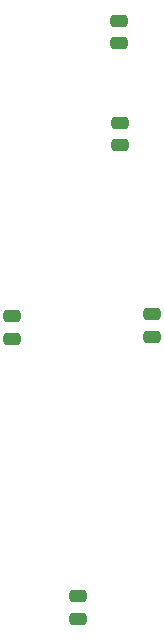
<source format=gbp>
%TF.GenerationSoftware,KiCad,Pcbnew,9.0.4*%
%TF.CreationDate,2025-09-04T16:33:29+02:00*%
%TF.ProjectId,HCP65 MPU Memory,48435036-3520-44d5-9055-204d656d6f72,V1*%
%TF.SameCoordinates,Original*%
%TF.FileFunction,Paste,Bot*%
%TF.FilePolarity,Positive*%
%FSLAX46Y46*%
G04 Gerber Fmt 4.6, Leading zero omitted, Abs format (unit mm)*
G04 Created by KiCad (PCBNEW 9.0.4) date 2025-09-04 16:33:29*
%MOMM*%
%LPD*%
G01*
G04 APERTURE LIST*
G04 Aperture macros list*
%AMRoundRect*
0 Rectangle with rounded corners*
0 $1 Rounding radius*
0 $2 $3 $4 $5 $6 $7 $8 $9 X,Y pos of 4 corners*
0 Add a 4 corners polygon primitive as box body*
4,1,4,$2,$3,$4,$5,$6,$7,$8,$9,$2,$3,0*
0 Add four circle primitives for the rounded corners*
1,1,$1+$1,$2,$3*
1,1,$1+$1,$4,$5*
1,1,$1+$1,$6,$7*
1,1,$1+$1,$8,$9*
0 Add four rect primitives between the rounded corners*
20,1,$1+$1,$2,$3,$4,$5,0*
20,1,$1+$1,$4,$5,$6,$7,0*
20,1,$1+$1,$6,$7,$8,$9,0*
20,1,$1+$1,$8,$9,$2,$3,0*%
G04 Aperture macros list end*
%ADD10RoundRect,0.250000X-0.475000X0.250000X-0.475000X-0.250000X0.475000X-0.250000X0.475000X0.250000X0*%
%ADD11RoundRect,0.250000X0.475000X-0.250000X0.475000X0.250000X-0.475000X0.250000X-0.475000X-0.250000X0*%
G04 APERTURE END LIST*
D10*
%TO.C,C54*%
X5715000Y-32335000D03*
X5715000Y-30435000D03*
%TD*%
D11*
%TO.C,C52*%
X11303000Y-54152000D03*
X11303000Y-56052000D03*
%TD*%
%TO.C,C51*%
X17526000Y-30276000D03*
X17526000Y-32176000D03*
%TD*%
D10*
%TO.C,C55*%
X14859000Y-15952018D03*
X14859000Y-14052018D03*
%TD*%
%TO.C,C53*%
X14715000Y-7316000D03*
X14715000Y-5416000D03*
%TD*%
M02*

</source>
